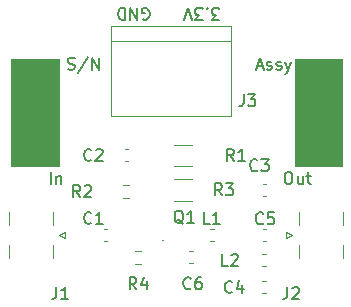
<source format=gbr>
%TF.GenerationSoftware,KiCad,Pcbnew,8.0.5-8.0.5-0~ubuntu22.04.1*%
%TF.CreationDate,2025-01-09T17:41:27-03:00*%
%TF.ProjectId,tx_amplifier,74785f61-6d70-46c6-9966-6965722e6b69,v1.2*%
%TF.SameCoordinates,Original*%
%TF.FileFunction,Legend,Top*%
%TF.FilePolarity,Positive*%
%FSLAX46Y46*%
G04 Gerber Fmt 4.6, Leading zero omitted, Abs format (unit mm)*
G04 Created by KiCad (PCBNEW 8.0.5-8.0.5-0~ubuntu22.04.1) date 2025-01-09 17:41:27*
%MOMM*%
%LPD*%
G01*
G04 APERTURE LIST*
%ADD10C,0.100000*%
%ADD11C,0.150000*%
%ADD12C,0.120000*%
G04 APERTURE END LIST*
D10*
X125000000Y-95000000D02*
X129000000Y-95000000D01*
X129000000Y-104000000D01*
X125000000Y-104000000D01*
X125000000Y-95000000D01*
G36*
X125000000Y-95000000D02*
G01*
X129000000Y-95000000D01*
X129000000Y-104000000D01*
X125000000Y-104000000D01*
X125000000Y-95000000D01*
G37*
X101000000Y-95000000D02*
X105000000Y-95000000D01*
X105000000Y-104000000D01*
X101000000Y-104000000D01*
X101000000Y-95000000D01*
G36*
X101000000Y-95000000D02*
G01*
X105000000Y-95000000D01*
X105000000Y-104000000D01*
X101000000Y-104000000D01*
X101000000Y-95000000D01*
G37*
D11*
X118630458Y-91630180D02*
X118011411Y-91630180D01*
X118011411Y-91630180D02*
X118344744Y-91249228D01*
X118344744Y-91249228D02*
X118201887Y-91249228D01*
X118201887Y-91249228D02*
X118106649Y-91201609D01*
X118106649Y-91201609D02*
X118059030Y-91153990D01*
X118059030Y-91153990D02*
X118011411Y-91058752D01*
X118011411Y-91058752D02*
X118011411Y-90820657D01*
X118011411Y-90820657D02*
X118059030Y-90725419D01*
X118059030Y-90725419D02*
X118106649Y-90677800D01*
X118106649Y-90677800D02*
X118201887Y-90630180D01*
X118201887Y-90630180D02*
X118487601Y-90630180D01*
X118487601Y-90630180D02*
X118582839Y-90677800D01*
X118582839Y-90677800D02*
X118630458Y-90725419D01*
X117582839Y-90725419D02*
X117535220Y-90677800D01*
X117535220Y-90677800D02*
X117582839Y-90630180D01*
X117582839Y-90630180D02*
X117630458Y-90677800D01*
X117630458Y-90677800D02*
X117582839Y-90725419D01*
X117582839Y-90725419D02*
X117582839Y-90630180D01*
X117201887Y-91630180D02*
X116582840Y-91630180D01*
X116582840Y-91630180D02*
X116916173Y-91249228D01*
X116916173Y-91249228D02*
X116773316Y-91249228D01*
X116773316Y-91249228D02*
X116678078Y-91201609D01*
X116678078Y-91201609D02*
X116630459Y-91153990D01*
X116630459Y-91153990D02*
X116582840Y-91058752D01*
X116582840Y-91058752D02*
X116582840Y-90820657D01*
X116582840Y-90820657D02*
X116630459Y-90725419D01*
X116630459Y-90725419D02*
X116678078Y-90677800D01*
X116678078Y-90677800D02*
X116773316Y-90630180D01*
X116773316Y-90630180D02*
X117059030Y-90630180D01*
X117059030Y-90630180D02*
X117154268Y-90677800D01*
X117154268Y-90677800D02*
X117201887Y-90725419D01*
X116297125Y-91630180D02*
X115963792Y-90630180D01*
X115963792Y-90630180D02*
X115630459Y-91630180D01*
X105789160Y-95822200D02*
X105932017Y-95869819D01*
X105932017Y-95869819D02*
X106170112Y-95869819D01*
X106170112Y-95869819D02*
X106265350Y-95822200D01*
X106265350Y-95822200D02*
X106312969Y-95774580D01*
X106312969Y-95774580D02*
X106360588Y-95679342D01*
X106360588Y-95679342D02*
X106360588Y-95584104D01*
X106360588Y-95584104D02*
X106312969Y-95488866D01*
X106312969Y-95488866D02*
X106265350Y-95441247D01*
X106265350Y-95441247D02*
X106170112Y-95393628D01*
X106170112Y-95393628D02*
X105979636Y-95346009D01*
X105979636Y-95346009D02*
X105884398Y-95298390D01*
X105884398Y-95298390D02*
X105836779Y-95250771D01*
X105836779Y-95250771D02*
X105789160Y-95155533D01*
X105789160Y-95155533D02*
X105789160Y-95060295D01*
X105789160Y-95060295D02*
X105836779Y-94965057D01*
X105836779Y-94965057D02*
X105884398Y-94917438D01*
X105884398Y-94917438D02*
X105979636Y-94869819D01*
X105979636Y-94869819D02*
X106217731Y-94869819D01*
X106217731Y-94869819D02*
X106360588Y-94917438D01*
X107503445Y-94822200D02*
X106646303Y-96107914D01*
X107836779Y-95869819D02*
X107836779Y-94869819D01*
X107836779Y-94869819D02*
X108408207Y-95869819D01*
X108408207Y-95869819D02*
X108408207Y-94869819D01*
X104324379Y-105533819D02*
X104324379Y-104533819D01*
X104800569Y-104867152D02*
X104800569Y-105533819D01*
X104800569Y-104962390D02*
X104848188Y-104914771D01*
X104848188Y-104914771D02*
X104943426Y-104867152D01*
X104943426Y-104867152D02*
X105086283Y-104867152D01*
X105086283Y-104867152D02*
X105181521Y-104914771D01*
X105181521Y-104914771D02*
X105229140Y-105010009D01*
X105229140Y-105010009D02*
X105229140Y-105533819D01*
X112139411Y-91582561D02*
X112234649Y-91630180D01*
X112234649Y-91630180D02*
X112377506Y-91630180D01*
X112377506Y-91630180D02*
X112520363Y-91582561D01*
X112520363Y-91582561D02*
X112615601Y-91487323D01*
X112615601Y-91487323D02*
X112663220Y-91392085D01*
X112663220Y-91392085D02*
X112710839Y-91201609D01*
X112710839Y-91201609D02*
X112710839Y-91058752D01*
X112710839Y-91058752D02*
X112663220Y-90868276D01*
X112663220Y-90868276D02*
X112615601Y-90773038D01*
X112615601Y-90773038D02*
X112520363Y-90677800D01*
X112520363Y-90677800D02*
X112377506Y-90630180D01*
X112377506Y-90630180D02*
X112282268Y-90630180D01*
X112282268Y-90630180D02*
X112139411Y-90677800D01*
X112139411Y-90677800D02*
X112091792Y-90725419D01*
X112091792Y-90725419D02*
X112091792Y-91058752D01*
X112091792Y-91058752D02*
X112282268Y-91058752D01*
X111663220Y-90630180D02*
X111663220Y-91630180D01*
X111663220Y-91630180D02*
X111091792Y-90630180D01*
X111091792Y-90630180D02*
X111091792Y-91630180D01*
X110615601Y-90630180D02*
X110615601Y-91630180D01*
X110615601Y-91630180D02*
X110377506Y-91630180D01*
X110377506Y-91630180D02*
X110234649Y-91582561D01*
X110234649Y-91582561D02*
X110139411Y-91487323D01*
X110139411Y-91487323D02*
X110091792Y-91392085D01*
X110091792Y-91392085D02*
X110044173Y-91201609D01*
X110044173Y-91201609D02*
X110044173Y-91058752D01*
X110044173Y-91058752D02*
X110091792Y-90868276D01*
X110091792Y-90868276D02*
X110139411Y-90773038D01*
X110139411Y-90773038D02*
X110234649Y-90677800D01*
X110234649Y-90677800D02*
X110377506Y-90630180D01*
X110377506Y-90630180D02*
X110615601Y-90630180D01*
X124377655Y-104533819D02*
X124568131Y-104533819D01*
X124568131Y-104533819D02*
X124663369Y-104581438D01*
X124663369Y-104581438D02*
X124758607Y-104676676D01*
X124758607Y-104676676D02*
X124806226Y-104867152D01*
X124806226Y-104867152D02*
X124806226Y-105200485D01*
X124806226Y-105200485D02*
X124758607Y-105390961D01*
X124758607Y-105390961D02*
X124663369Y-105486200D01*
X124663369Y-105486200D02*
X124568131Y-105533819D01*
X124568131Y-105533819D02*
X124377655Y-105533819D01*
X124377655Y-105533819D02*
X124282417Y-105486200D01*
X124282417Y-105486200D02*
X124187179Y-105390961D01*
X124187179Y-105390961D02*
X124139560Y-105200485D01*
X124139560Y-105200485D02*
X124139560Y-104867152D01*
X124139560Y-104867152D02*
X124187179Y-104676676D01*
X124187179Y-104676676D02*
X124282417Y-104581438D01*
X124282417Y-104581438D02*
X124377655Y-104533819D01*
X125663369Y-104867152D02*
X125663369Y-105533819D01*
X125234798Y-104867152D02*
X125234798Y-105390961D01*
X125234798Y-105390961D02*
X125282417Y-105486200D01*
X125282417Y-105486200D02*
X125377655Y-105533819D01*
X125377655Y-105533819D02*
X125520512Y-105533819D01*
X125520512Y-105533819D02*
X125615750Y-105486200D01*
X125615750Y-105486200D02*
X125663369Y-105438580D01*
X125996703Y-104867152D02*
X126377655Y-104867152D01*
X126139560Y-104533819D02*
X126139560Y-105390961D01*
X126139560Y-105390961D02*
X126187179Y-105486200D01*
X126187179Y-105486200D02*
X126282417Y-105533819D01*
X126282417Y-105533819D02*
X126377655Y-105533819D01*
X121789160Y-95584104D02*
X122265350Y-95584104D01*
X121693922Y-95869819D02*
X122027255Y-94869819D01*
X122027255Y-94869819D02*
X122360588Y-95869819D01*
X122646303Y-95822200D02*
X122741541Y-95869819D01*
X122741541Y-95869819D02*
X122932017Y-95869819D01*
X122932017Y-95869819D02*
X123027255Y-95822200D01*
X123027255Y-95822200D02*
X123074874Y-95726961D01*
X123074874Y-95726961D02*
X123074874Y-95679342D01*
X123074874Y-95679342D02*
X123027255Y-95584104D01*
X123027255Y-95584104D02*
X122932017Y-95536485D01*
X122932017Y-95536485D02*
X122789160Y-95536485D01*
X122789160Y-95536485D02*
X122693922Y-95488866D01*
X122693922Y-95488866D02*
X122646303Y-95393628D01*
X122646303Y-95393628D02*
X122646303Y-95346009D01*
X122646303Y-95346009D02*
X122693922Y-95250771D01*
X122693922Y-95250771D02*
X122789160Y-95203152D01*
X122789160Y-95203152D02*
X122932017Y-95203152D01*
X122932017Y-95203152D02*
X123027255Y-95250771D01*
X123455827Y-95822200D02*
X123551065Y-95869819D01*
X123551065Y-95869819D02*
X123741541Y-95869819D01*
X123741541Y-95869819D02*
X123836779Y-95822200D01*
X123836779Y-95822200D02*
X123884398Y-95726961D01*
X123884398Y-95726961D02*
X123884398Y-95679342D01*
X123884398Y-95679342D02*
X123836779Y-95584104D01*
X123836779Y-95584104D02*
X123741541Y-95536485D01*
X123741541Y-95536485D02*
X123598684Y-95536485D01*
X123598684Y-95536485D02*
X123503446Y-95488866D01*
X123503446Y-95488866D02*
X123455827Y-95393628D01*
X123455827Y-95393628D02*
X123455827Y-95346009D01*
X123455827Y-95346009D02*
X123503446Y-95250771D01*
X123503446Y-95250771D02*
X123598684Y-95203152D01*
X123598684Y-95203152D02*
X123741541Y-95203152D01*
X123741541Y-95203152D02*
X123836779Y-95250771D01*
X124217732Y-95203152D02*
X124455827Y-95869819D01*
X124693922Y-95203152D02*
X124455827Y-95869819D01*
X124455827Y-95869819D02*
X124360589Y-96107914D01*
X124360589Y-96107914D02*
X124312970Y-96155533D01*
X124312970Y-96155533D02*
X124217732Y-96203152D01*
X107783333Y-103483580D02*
X107735714Y-103531200D01*
X107735714Y-103531200D02*
X107592857Y-103578819D01*
X107592857Y-103578819D02*
X107497619Y-103578819D01*
X107497619Y-103578819D02*
X107354762Y-103531200D01*
X107354762Y-103531200D02*
X107259524Y-103435961D01*
X107259524Y-103435961D02*
X107211905Y-103340723D01*
X107211905Y-103340723D02*
X107164286Y-103150247D01*
X107164286Y-103150247D02*
X107164286Y-103007390D01*
X107164286Y-103007390D02*
X107211905Y-102816914D01*
X107211905Y-102816914D02*
X107259524Y-102721676D01*
X107259524Y-102721676D02*
X107354762Y-102626438D01*
X107354762Y-102626438D02*
X107497619Y-102578819D01*
X107497619Y-102578819D02*
X107592857Y-102578819D01*
X107592857Y-102578819D02*
X107735714Y-102626438D01*
X107735714Y-102626438D02*
X107783333Y-102674057D01*
X108164286Y-102674057D02*
X108211905Y-102626438D01*
X108211905Y-102626438D02*
X108307143Y-102578819D01*
X108307143Y-102578819D02*
X108545238Y-102578819D01*
X108545238Y-102578819D02*
X108640476Y-102626438D01*
X108640476Y-102626438D02*
X108688095Y-102674057D01*
X108688095Y-102674057D02*
X108735714Y-102769295D01*
X108735714Y-102769295D02*
X108735714Y-102864533D01*
X108735714Y-102864533D02*
X108688095Y-103007390D01*
X108688095Y-103007390D02*
X108116667Y-103578819D01*
X108116667Y-103578819D02*
X108735714Y-103578819D01*
X119833333Y-103578819D02*
X119500000Y-103102628D01*
X119261905Y-103578819D02*
X119261905Y-102578819D01*
X119261905Y-102578819D02*
X119642857Y-102578819D01*
X119642857Y-102578819D02*
X119738095Y-102626438D01*
X119738095Y-102626438D02*
X119785714Y-102674057D01*
X119785714Y-102674057D02*
X119833333Y-102769295D01*
X119833333Y-102769295D02*
X119833333Y-102912152D01*
X119833333Y-102912152D02*
X119785714Y-103007390D01*
X119785714Y-103007390D02*
X119738095Y-103055009D01*
X119738095Y-103055009D02*
X119642857Y-103102628D01*
X119642857Y-103102628D02*
X119261905Y-103102628D01*
X120785714Y-103578819D02*
X120214286Y-103578819D01*
X120500000Y-103578819D02*
X120500000Y-102578819D01*
X120500000Y-102578819D02*
X120404762Y-102721676D01*
X120404762Y-102721676D02*
X120309524Y-102816914D01*
X120309524Y-102816914D02*
X120214286Y-102864533D01*
X116191833Y-114359580D02*
X116144214Y-114407200D01*
X116144214Y-114407200D02*
X116001357Y-114454819D01*
X116001357Y-114454819D02*
X115906119Y-114454819D01*
X115906119Y-114454819D02*
X115763262Y-114407200D01*
X115763262Y-114407200D02*
X115668024Y-114311961D01*
X115668024Y-114311961D02*
X115620405Y-114216723D01*
X115620405Y-114216723D02*
X115572786Y-114026247D01*
X115572786Y-114026247D02*
X115572786Y-113883390D01*
X115572786Y-113883390D02*
X115620405Y-113692914D01*
X115620405Y-113692914D02*
X115668024Y-113597676D01*
X115668024Y-113597676D02*
X115763262Y-113502438D01*
X115763262Y-113502438D02*
X115906119Y-113454819D01*
X115906119Y-113454819D02*
X116001357Y-113454819D01*
X116001357Y-113454819D02*
X116144214Y-113502438D01*
X116144214Y-113502438D02*
X116191833Y-113550057D01*
X117048976Y-113454819D02*
X116858500Y-113454819D01*
X116858500Y-113454819D02*
X116763262Y-113502438D01*
X116763262Y-113502438D02*
X116715643Y-113550057D01*
X116715643Y-113550057D02*
X116620405Y-113692914D01*
X116620405Y-113692914D02*
X116572786Y-113883390D01*
X116572786Y-113883390D02*
X116572786Y-114264342D01*
X116572786Y-114264342D02*
X116620405Y-114359580D01*
X116620405Y-114359580D02*
X116668024Y-114407200D01*
X116668024Y-114407200D02*
X116763262Y-114454819D01*
X116763262Y-114454819D02*
X116953738Y-114454819D01*
X116953738Y-114454819D02*
X117048976Y-114407200D01*
X117048976Y-114407200D02*
X117096595Y-114359580D01*
X117096595Y-114359580D02*
X117144214Y-114264342D01*
X117144214Y-114264342D02*
X117144214Y-114026247D01*
X117144214Y-114026247D02*
X117096595Y-113931009D01*
X117096595Y-113931009D02*
X117048976Y-113883390D01*
X117048976Y-113883390D02*
X116953738Y-113835771D01*
X116953738Y-113835771D02*
X116763262Y-113835771D01*
X116763262Y-113835771D02*
X116668024Y-113883390D01*
X116668024Y-113883390D02*
X116620405Y-113931009D01*
X116620405Y-113931009D02*
X116572786Y-114026247D01*
X117802333Y-108912819D02*
X117326143Y-108912819D01*
X117326143Y-108912819D02*
X117326143Y-107912819D01*
X118659476Y-108912819D02*
X118088048Y-108912819D01*
X118373762Y-108912819D02*
X118373762Y-107912819D01*
X118373762Y-107912819D02*
X118278524Y-108055676D01*
X118278524Y-108055676D02*
X118183286Y-108150914D01*
X118183286Y-108150914D02*
X118088048Y-108198533D01*
X124380666Y-114262819D02*
X124380666Y-114977104D01*
X124380666Y-114977104D02*
X124333047Y-115119961D01*
X124333047Y-115119961D02*
X124237809Y-115215200D01*
X124237809Y-115215200D02*
X124094952Y-115262819D01*
X124094952Y-115262819D02*
X123999714Y-115262819D01*
X124809238Y-114358057D02*
X124856857Y-114310438D01*
X124856857Y-114310438D02*
X124952095Y-114262819D01*
X124952095Y-114262819D02*
X125190190Y-114262819D01*
X125190190Y-114262819D02*
X125285428Y-114310438D01*
X125285428Y-114310438D02*
X125333047Y-114358057D01*
X125333047Y-114358057D02*
X125380666Y-114453295D01*
X125380666Y-114453295D02*
X125380666Y-114548533D01*
X125380666Y-114548533D02*
X125333047Y-114691390D01*
X125333047Y-114691390D02*
X124761619Y-115262819D01*
X124761619Y-115262819D02*
X125380666Y-115262819D01*
X122333333Y-108859580D02*
X122285714Y-108907200D01*
X122285714Y-108907200D02*
X122142857Y-108954819D01*
X122142857Y-108954819D02*
X122047619Y-108954819D01*
X122047619Y-108954819D02*
X121904762Y-108907200D01*
X121904762Y-108907200D02*
X121809524Y-108811961D01*
X121809524Y-108811961D02*
X121761905Y-108716723D01*
X121761905Y-108716723D02*
X121714286Y-108526247D01*
X121714286Y-108526247D02*
X121714286Y-108383390D01*
X121714286Y-108383390D02*
X121761905Y-108192914D01*
X121761905Y-108192914D02*
X121809524Y-108097676D01*
X121809524Y-108097676D02*
X121904762Y-108002438D01*
X121904762Y-108002438D02*
X122047619Y-107954819D01*
X122047619Y-107954819D02*
X122142857Y-107954819D01*
X122142857Y-107954819D02*
X122285714Y-108002438D01*
X122285714Y-108002438D02*
X122333333Y-108050057D01*
X123238095Y-107954819D02*
X122761905Y-107954819D01*
X122761905Y-107954819D02*
X122714286Y-108431009D01*
X122714286Y-108431009D02*
X122761905Y-108383390D01*
X122761905Y-108383390D02*
X122857143Y-108335771D01*
X122857143Y-108335771D02*
X123095238Y-108335771D01*
X123095238Y-108335771D02*
X123190476Y-108383390D01*
X123190476Y-108383390D02*
X123238095Y-108431009D01*
X123238095Y-108431009D02*
X123285714Y-108526247D01*
X123285714Y-108526247D02*
X123285714Y-108764342D01*
X123285714Y-108764342D02*
X123238095Y-108859580D01*
X123238095Y-108859580D02*
X123190476Y-108907200D01*
X123190476Y-108907200D02*
X123095238Y-108954819D01*
X123095238Y-108954819D02*
X122857143Y-108954819D01*
X122857143Y-108954819D02*
X122761905Y-108907200D01*
X122761905Y-108907200D02*
X122714286Y-108859580D01*
X111593333Y-114454819D02*
X111260000Y-113978628D01*
X111021905Y-114454819D02*
X111021905Y-113454819D01*
X111021905Y-113454819D02*
X111402857Y-113454819D01*
X111402857Y-113454819D02*
X111498095Y-113502438D01*
X111498095Y-113502438D02*
X111545714Y-113550057D01*
X111545714Y-113550057D02*
X111593333Y-113645295D01*
X111593333Y-113645295D02*
X111593333Y-113788152D01*
X111593333Y-113788152D02*
X111545714Y-113883390D01*
X111545714Y-113883390D02*
X111498095Y-113931009D01*
X111498095Y-113931009D02*
X111402857Y-113978628D01*
X111402857Y-113978628D02*
X111021905Y-113978628D01*
X112450476Y-113788152D02*
X112450476Y-114454819D01*
X112212381Y-113407200D02*
X111974286Y-114121485D01*
X111974286Y-114121485D02*
X112593333Y-114121485D01*
X104822666Y-114262819D02*
X104822666Y-114977104D01*
X104822666Y-114977104D02*
X104775047Y-115119961D01*
X104775047Y-115119961D02*
X104679809Y-115215200D01*
X104679809Y-115215200D02*
X104536952Y-115262819D01*
X104536952Y-115262819D02*
X104441714Y-115262819D01*
X105822666Y-115262819D02*
X105251238Y-115262819D01*
X105536952Y-115262819D02*
X105536952Y-114262819D01*
X105536952Y-114262819D02*
X105441714Y-114405676D01*
X105441714Y-114405676D02*
X105346476Y-114500914D01*
X105346476Y-114500914D02*
X105251238Y-114548533D01*
X120666666Y-97954819D02*
X120666666Y-98669104D01*
X120666666Y-98669104D02*
X120619047Y-98811961D01*
X120619047Y-98811961D02*
X120523809Y-98907200D01*
X120523809Y-98907200D02*
X120380952Y-98954819D01*
X120380952Y-98954819D02*
X120285714Y-98954819D01*
X121047619Y-97954819D02*
X121666666Y-97954819D01*
X121666666Y-97954819D02*
X121333333Y-98335771D01*
X121333333Y-98335771D02*
X121476190Y-98335771D01*
X121476190Y-98335771D02*
X121571428Y-98383390D01*
X121571428Y-98383390D02*
X121619047Y-98431009D01*
X121619047Y-98431009D02*
X121666666Y-98526247D01*
X121666666Y-98526247D02*
X121666666Y-98764342D01*
X121666666Y-98764342D02*
X121619047Y-98859580D01*
X121619047Y-98859580D02*
X121571428Y-98907200D01*
X121571428Y-98907200D02*
X121476190Y-98954819D01*
X121476190Y-98954819D02*
X121190476Y-98954819D01*
X121190476Y-98954819D02*
X121095238Y-98907200D01*
X121095238Y-98907200D02*
X121047619Y-98859580D01*
X107783333Y-108817580D02*
X107735714Y-108865200D01*
X107735714Y-108865200D02*
X107592857Y-108912819D01*
X107592857Y-108912819D02*
X107497619Y-108912819D01*
X107497619Y-108912819D02*
X107354762Y-108865200D01*
X107354762Y-108865200D02*
X107259524Y-108769961D01*
X107259524Y-108769961D02*
X107211905Y-108674723D01*
X107211905Y-108674723D02*
X107164286Y-108484247D01*
X107164286Y-108484247D02*
X107164286Y-108341390D01*
X107164286Y-108341390D02*
X107211905Y-108150914D01*
X107211905Y-108150914D02*
X107259524Y-108055676D01*
X107259524Y-108055676D02*
X107354762Y-107960438D01*
X107354762Y-107960438D02*
X107497619Y-107912819D01*
X107497619Y-107912819D02*
X107592857Y-107912819D01*
X107592857Y-107912819D02*
X107735714Y-107960438D01*
X107735714Y-107960438D02*
X107783333Y-108008057D01*
X108735714Y-108912819D02*
X108164286Y-108912819D01*
X108450000Y-108912819D02*
X108450000Y-107912819D01*
X108450000Y-107912819D02*
X108354762Y-108055676D01*
X108354762Y-108055676D02*
X108259524Y-108150914D01*
X108259524Y-108150914D02*
X108164286Y-108198533D01*
X119333333Y-112468819D02*
X118857143Y-112468819D01*
X118857143Y-112468819D02*
X118857143Y-111468819D01*
X119619048Y-111564057D02*
X119666667Y-111516438D01*
X119666667Y-111516438D02*
X119761905Y-111468819D01*
X119761905Y-111468819D02*
X120000000Y-111468819D01*
X120000000Y-111468819D02*
X120095238Y-111516438D01*
X120095238Y-111516438D02*
X120142857Y-111564057D01*
X120142857Y-111564057D02*
X120190476Y-111659295D01*
X120190476Y-111659295D02*
X120190476Y-111754533D01*
X120190476Y-111754533D02*
X120142857Y-111897390D01*
X120142857Y-111897390D02*
X119571429Y-112468819D01*
X119571429Y-112468819D02*
X120190476Y-112468819D01*
X106833333Y-106626819D02*
X106500000Y-106150628D01*
X106261905Y-106626819D02*
X106261905Y-105626819D01*
X106261905Y-105626819D02*
X106642857Y-105626819D01*
X106642857Y-105626819D02*
X106738095Y-105674438D01*
X106738095Y-105674438D02*
X106785714Y-105722057D01*
X106785714Y-105722057D02*
X106833333Y-105817295D01*
X106833333Y-105817295D02*
X106833333Y-105960152D01*
X106833333Y-105960152D02*
X106785714Y-106055390D01*
X106785714Y-106055390D02*
X106738095Y-106103009D01*
X106738095Y-106103009D02*
X106642857Y-106150628D01*
X106642857Y-106150628D02*
X106261905Y-106150628D01*
X107214286Y-105722057D02*
X107261905Y-105674438D01*
X107261905Y-105674438D02*
X107357143Y-105626819D01*
X107357143Y-105626819D02*
X107595238Y-105626819D01*
X107595238Y-105626819D02*
X107690476Y-105674438D01*
X107690476Y-105674438D02*
X107738095Y-105722057D01*
X107738095Y-105722057D02*
X107785714Y-105817295D01*
X107785714Y-105817295D02*
X107785714Y-105912533D01*
X107785714Y-105912533D02*
X107738095Y-106055390D01*
X107738095Y-106055390D02*
X107166667Y-106626819D01*
X107166667Y-106626819D02*
X107785714Y-106626819D01*
X119694833Y-114659580D02*
X119647214Y-114707200D01*
X119647214Y-114707200D02*
X119504357Y-114754819D01*
X119504357Y-114754819D02*
X119409119Y-114754819D01*
X119409119Y-114754819D02*
X119266262Y-114707200D01*
X119266262Y-114707200D02*
X119171024Y-114611961D01*
X119171024Y-114611961D02*
X119123405Y-114516723D01*
X119123405Y-114516723D02*
X119075786Y-114326247D01*
X119075786Y-114326247D02*
X119075786Y-114183390D01*
X119075786Y-114183390D02*
X119123405Y-113992914D01*
X119123405Y-113992914D02*
X119171024Y-113897676D01*
X119171024Y-113897676D02*
X119266262Y-113802438D01*
X119266262Y-113802438D02*
X119409119Y-113754819D01*
X119409119Y-113754819D02*
X119504357Y-113754819D01*
X119504357Y-113754819D02*
X119647214Y-113802438D01*
X119647214Y-113802438D02*
X119694833Y-113850057D01*
X120551976Y-114088152D02*
X120551976Y-114754819D01*
X120313881Y-113707200D02*
X120075786Y-114421485D01*
X120075786Y-114421485D02*
X120694833Y-114421485D01*
X121833333Y-104359580D02*
X121785714Y-104407200D01*
X121785714Y-104407200D02*
X121642857Y-104454819D01*
X121642857Y-104454819D02*
X121547619Y-104454819D01*
X121547619Y-104454819D02*
X121404762Y-104407200D01*
X121404762Y-104407200D02*
X121309524Y-104311961D01*
X121309524Y-104311961D02*
X121261905Y-104216723D01*
X121261905Y-104216723D02*
X121214286Y-104026247D01*
X121214286Y-104026247D02*
X121214286Y-103883390D01*
X121214286Y-103883390D02*
X121261905Y-103692914D01*
X121261905Y-103692914D02*
X121309524Y-103597676D01*
X121309524Y-103597676D02*
X121404762Y-103502438D01*
X121404762Y-103502438D02*
X121547619Y-103454819D01*
X121547619Y-103454819D02*
X121642857Y-103454819D01*
X121642857Y-103454819D02*
X121785714Y-103502438D01*
X121785714Y-103502438D02*
X121833333Y-103550057D01*
X122166667Y-103454819D02*
X122785714Y-103454819D01*
X122785714Y-103454819D02*
X122452381Y-103835771D01*
X122452381Y-103835771D02*
X122595238Y-103835771D01*
X122595238Y-103835771D02*
X122690476Y-103883390D01*
X122690476Y-103883390D02*
X122738095Y-103931009D01*
X122738095Y-103931009D02*
X122785714Y-104026247D01*
X122785714Y-104026247D02*
X122785714Y-104264342D01*
X122785714Y-104264342D02*
X122738095Y-104359580D01*
X122738095Y-104359580D02*
X122690476Y-104407200D01*
X122690476Y-104407200D02*
X122595238Y-104454819D01*
X122595238Y-104454819D02*
X122309524Y-104454819D01*
X122309524Y-104454819D02*
X122214286Y-104407200D01*
X122214286Y-104407200D02*
X122166667Y-104359580D01*
X118832333Y-106499819D02*
X118499000Y-106023628D01*
X118260905Y-106499819D02*
X118260905Y-105499819D01*
X118260905Y-105499819D02*
X118641857Y-105499819D01*
X118641857Y-105499819D02*
X118737095Y-105547438D01*
X118737095Y-105547438D02*
X118784714Y-105595057D01*
X118784714Y-105595057D02*
X118832333Y-105690295D01*
X118832333Y-105690295D02*
X118832333Y-105833152D01*
X118832333Y-105833152D02*
X118784714Y-105928390D01*
X118784714Y-105928390D02*
X118737095Y-105976009D01*
X118737095Y-105976009D02*
X118641857Y-106023628D01*
X118641857Y-106023628D02*
X118260905Y-106023628D01*
X119165667Y-105499819D02*
X119784714Y-105499819D01*
X119784714Y-105499819D02*
X119451381Y-105880771D01*
X119451381Y-105880771D02*
X119594238Y-105880771D01*
X119594238Y-105880771D02*
X119689476Y-105928390D01*
X119689476Y-105928390D02*
X119737095Y-105976009D01*
X119737095Y-105976009D02*
X119784714Y-106071247D01*
X119784714Y-106071247D02*
X119784714Y-106309342D01*
X119784714Y-106309342D02*
X119737095Y-106404580D01*
X119737095Y-106404580D02*
X119689476Y-106452200D01*
X119689476Y-106452200D02*
X119594238Y-106499819D01*
X119594238Y-106499819D02*
X119308524Y-106499819D01*
X119308524Y-106499819D02*
X119213286Y-106452200D01*
X119213286Y-106452200D02*
X119165667Y-106404580D01*
X115557445Y-108905657D02*
X115462207Y-108858038D01*
X115462207Y-108858038D02*
X115366969Y-108762800D01*
X115366969Y-108762800D02*
X115224112Y-108619942D01*
X115224112Y-108619942D02*
X115128874Y-108572323D01*
X115128874Y-108572323D02*
X115033636Y-108572323D01*
X115081255Y-108810419D02*
X114986017Y-108762800D01*
X114986017Y-108762800D02*
X114890779Y-108667561D01*
X114890779Y-108667561D02*
X114843160Y-108477085D01*
X114843160Y-108477085D02*
X114843160Y-108143752D01*
X114843160Y-108143752D02*
X114890779Y-107953276D01*
X114890779Y-107953276D02*
X114986017Y-107858038D01*
X114986017Y-107858038D02*
X115081255Y-107810419D01*
X115081255Y-107810419D02*
X115271731Y-107810419D01*
X115271731Y-107810419D02*
X115366969Y-107858038D01*
X115366969Y-107858038D02*
X115462207Y-107953276D01*
X115462207Y-107953276D02*
X115509826Y-108143752D01*
X115509826Y-108143752D02*
X115509826Y-108477085D01*
X115509826Y-108477085D02*
X115462207Y-108667561D01*
X115462207Y-108667561D02*
X115366969Y-108762800D01*
X115366969Y-108762800D02*
X115271731Y-108810419D01*
X115271731Y-108810419D02*
X115081255Y-108810419D01*
X116462207Y-108810419D02*
X115890779Y-108810419D01*
X116176493Y-108810419D02*
X116176493Y-107810419D01*
X116176493Y-107810419D02*
X116081255Y-107953276D01*
X116081255Y-107953276D02*
X115986017Y-108048514D01*
X115986017Y-108048514D02*
X115890779Y-108096133D01*
D12*
%TO.C,C2*%
X110890267Y-102614000D02*
X110597733Y-102614000D01*
X110890267Y-103634000D02*
X110597733Y-103634000D01*
%TO.C,R1*%
X114816936Y-102214000D02*
X116271064Y-102214000D01*
X114816936Y-104034000D02*
X116271064Y-104034000D01*
%TO.C,C6*%
X116085233Y-111250000D02*
X116377767Y-111250000D01*
X116085233Y-112270000D02*
X116377767Y-112270000D01*
%TO.C,L1*%
X117797733Y-109345000D02*
X118140267Y-109345000D01*
X117797733Y-110365000D02*
X118140267Y-110365000D01*
%TO.C,J2*%
X124294000Y-109605000D02*
X124294000Y-110105000D01*
X124294000Y-110105000D02*
X124794000Y-109855000D01*
X124794000Y-109855000D02*
X124294000Y-109605000D01*
X125344000Y-109015000D02*
X125344000Y-107905000D01*
X125344000Y-111805000D02*
X125344000Y-110695000D01*
X129054000Y-109015000D02*
X129054000Y-107905000D01*
X129054000Y-111805000D02*
X129054000Y-110695000D01*
%TO.C,C5*%
X122281733Y-109345000D02*
X122574267Y-109345000D01*
X122281733Y-110365000D02*
X122574267Y-110365000D01*
%TO.C,R4*%
X112014724Y-111237500D02*
X111505276Y-111237500D01*
X112014724Y-112282500D02*
X111505276Y-112282500D01*
%TO.C,J1*%
X100816000Y-107905000D02*
X100816000Y-109015000D01*
X100816000Y-110695000D02*
X100816000Y-111805000D01*
X104526000Y-107905000D02*
X104526000Y-109015000D01*
X104526000Y-110695000D02*
X104526000Y-111805000D01*
X105076000Y-109855000D02*
X105576000Y-110105000D01*
X105576000Y-109605000D02*
X105076000Y-109855000D01*
X105576000Y-110105000D02*
X105576000Y-109605000D01*
%TO.C,J3*%
X109460000Y-92190000D02*
X109460000Y-99810000D01*
X109460000Y-93460000D02*
X119620000Y-93460000D01*
X109460000Y-99810000D02*
X119620000Y-99810000D01*
X119620000Y-92190000D02*
X109460000Y-92190000D01*
X119620000Y-99810000D02*
X119620000Y-92190000D01*
%TO.C,C1*%
X108820233Y-109345000D02*
X109112767Y-109345000D01*
X108820233Y-110365000D02*
X109112767Y-110365000D01*
%TO.C,L2*%
X122256733Y-111504000D02*
X122599267Y-111504000D01*
X122256733Y-112524000D02*
X122599267Y-112524000D01*
%TO.C,R2*%
X110489276Y-105649500D02*
X110998724Y-105649500D01*
X110489276Y-106694500D02*
X110998724Y-106694500D01*
%TO.C,C4*%
X122255233Y-113790000D02*
X122547767Y-113790000D01*
X122255233Y-114810000D02*
X122547767Y-114810000D01*
%TO.C,C3*%
X122574267Y-105535000D02*
X122281733Y-105535000D01*
X122574267Y-106555000D02*
X122281733Y-106555000D01*
%TO.C,R3*%
X116271064Y-105135000D02*
X114816936Y-105135000D01*
X116271064Y-106955000D02*
X114816936Y-106955000D01*
D10*
%TO.C,Q1*%
X113923600Y-110305000D02*
G75*
G02*
X113823600Y-110305000I-50000J0D01*
G01*
X113823600Y-110305000D02*
G75*
G02*
X113923600Y-110305000I50000J0D01*
G01*
%TD*%
M02*

</source>
